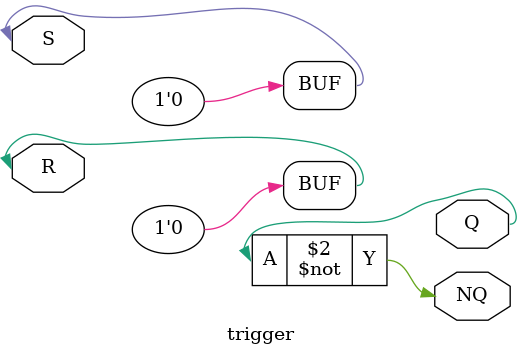
<source format=v>
module trigger (S, R, Q, NQ);

	input S, R;
	output Q, NQ;

	nor nor1(NQ, S, Q);
	nor nor2(Q, R, NQ);
	
	initial begin
		#0 S = 0;
		#0 R = 0;
		#5 S = 1;
		#2 S = 0;
		#13 R = 1;
		#2 R = 0;
	end 

endmodule

</source>
